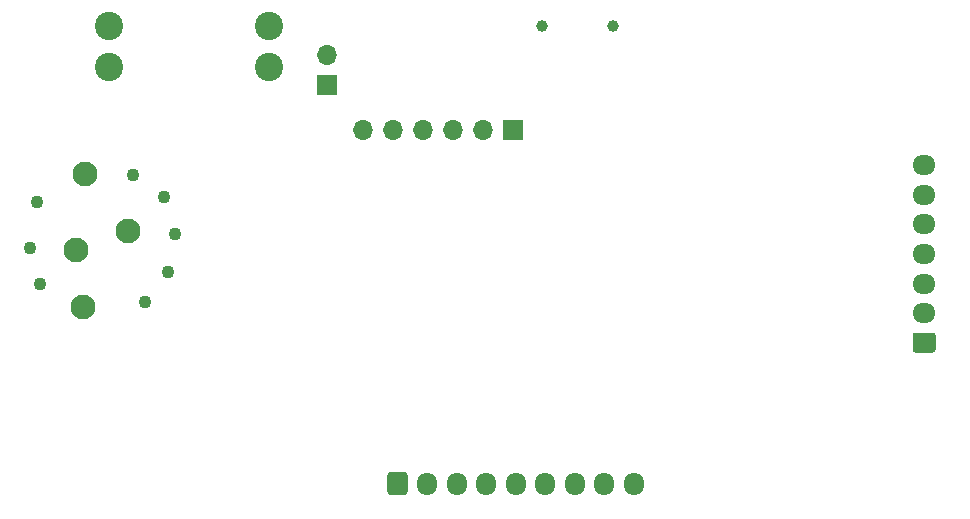
<source format=gbr>
%TF.GenerationSoftware,KiCad,Pcbnew,(5.1.10)-1*%
%TF.CreationDate,2022-01-24T02:12:42+01:00*%
%TF.ProjectId,BMS_LV_2022,424d535f-4c56-45f3-9230-32322e6b6963,rev?*%
%TF.SameCoordinates,Original*%
%TF.FileFunction,Soldermask,Bot*%
%TF.FilePolarity,Negative*%
%FSLAX46Y46*%
G04 Gerber Fmt 4.6, Leading zero omitted, Abs format (unit mm)*
G04 Created by KiCad (PCBNEW (5.1.10)-1) date 2022-01-24 02:12:42*
%MOMM*%
%LPD*%
G01*
G04 APERTURE LIST*
%ADD10C,2.400000*%
%ADD11O,1.700000X1.950000*%
%ADD12O,1.950000X1.700000*%
%ADD13C,1.100000*%
%ADD14C,2.100000*%
%ADD15O,1.700000X1.700000*%
%ADD16R,1.700000X1.700000*%
%ADD17C,1.000000*%
G04 APERTURE END LIST*
D10*
%TO.C,F2*%
X126344903Y-82198000D03*
X139814903Y-82198000D03*
X126344903Y-85598000D03*
X139814903Y-85598000D03*
%TD*%
D11*
%TO.C,J6*%
X170729903Y-120904000D03*
X168229903Y-120904000D03*
X165729903Y-120904000D03*
X163229903Y-120904000D03*
X160729903Y-120904000D03*
X158229903Y-120904000D03*
X155729903Y-120904000D03*
X153229903Y-120904000D03*
G36*
G01*
X149879903Y-121629000D02*
X149879903Y-120179000D01*
G75*
G02*
X150129903Y-119929000I250000J0D01*
G01*
X151329903Y-119929000D01*
G75*
G02*
X151579903Y-120179000I0J-250000D01*
G01*
X151579903Y-121629000D01*
G75*
G02*
X151329903Y-121879000I-250000J0D01*
G01*
X150129903Y-121879000D01*
G75*
G02*
X149879903Y-121629000I0J250000D01*
G01*
G37*
%TD*%
D12*
%TO.C,J11*%
X195313903Y-93966000D03*
X195313903Y-96466000D03*
X195313903Y-98966000D03*
X195313903Y-101466000D03*
X195313903Y-103966000D03*
X195313903Y-106466000D03*
G36*
G01*
X196038903Y-109816000D02*
X194588903Y-109816000D01*
G75*
G02*
X194338903Y-109566000I0J250000D01*
G01*
X194338903Y-108366000D01*
G75*
G02*
X194588903Y-108116000I250000J0D01*
G01*
X196038903Y-108116000D01*
G75*
G02*
X196288903Y-108366000I0J-250000D01*
G01*
X196288903Y-109566000D01*
G75*
G02*
X196038903Y-109816000I-250000J0D01*
G01*
G37*
%TD*%
D13*
%TO.C,J2*%
X120231046Y-97067655D03*
X119581625Y-100923463D03*
X120481682Y-103996441D03*
X129384344Y-105566221D03*
X131281142Y-102986403D03*
X131854181Y-99736537D03*
X130954124Y-96663559D03*
X128374306Y-94766761D03*
D14*
X124132609Y-105980561D03*
X127953248Y-99515794D03*
X124257906Y-94731419D03*
X123482558Y-101144206D03*
%TD*%
D15*
%TO.C,JP2*%
X144767903Y-84644897D03*
D16*
X144767903Y-87184897D03*
%TD*%
D17*
%TO.C,J3*%
X168951303Y-82193703D03*
X162951303Y-82193703D03*
%TD*%
D15*
%TO.C,J1*%
X147815903Y-90932000D03*
X150355903Y-90932000D03*
X152895903Y-90932000D03*
X155435903Y-90932000D03*
X157975903Y-90932000D03*
D16*
X160515903Y-90932000D03*
%TD*%
M02*

</source>
